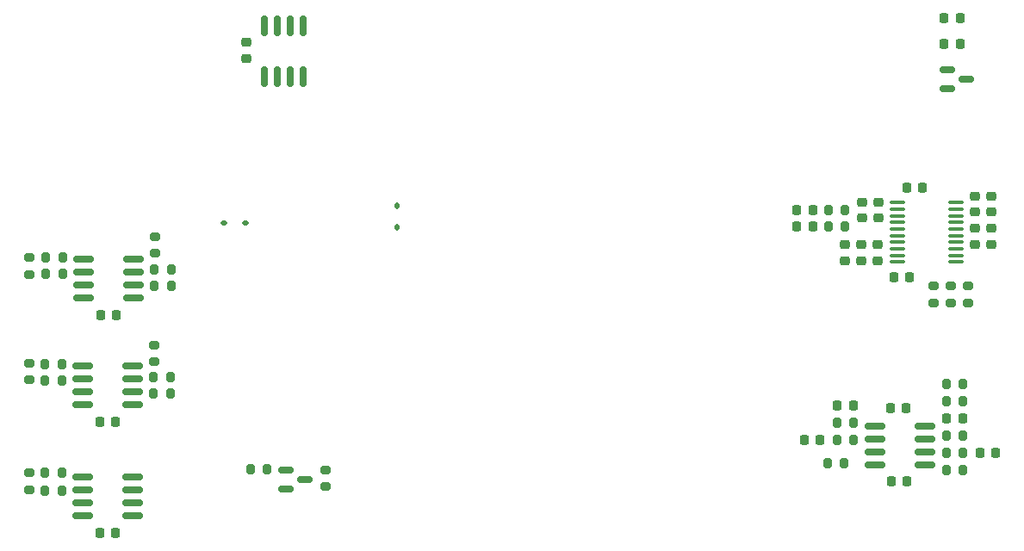
<source format=gbr>
%TF.GenerationSoftware,KiCad,Pcbnew,7.0.2*%
%TF.CreationDate,2025-03-27T17:53:26+00:00*%
%TF.ProjectId,dk2_04b_bottom,646b325f-3034-4625-9f62-6f74746f6d2e,rev?*%
%TF.SameCoordinates,Original*%
%TF.FileFunction,Paste,Top*%
%TF.FilePolarity,Positive*%
%FSLAX46Y46*%
G04 Gerber Fmt 4.6, Leading zero omitted, Abs format (unit mm)*
G04 Created by KiCad (PCBNEW 7.0.2) date 2025-03-27 17:53:26*
%MOMM*%
%LPD*%
G01*
G04 APERTURE LIST*
G04 Aperture macros list*
%AMRoundRect*
0 Rectangle with rounded corners*
0 $1 Rounding radius*
0 $2 $3 $4 $5 $6 $7 $8 $9 X,Y pos of 4 corners*
0 Add a 4 corners polygon primitive as box body*
4,1,4,$2,$3,$4,$5,$6,$7,$8,$9,$2,$3,0*
0 Add four circle primitives for the rounded corners*
1,1,$1+$1,$2,$3*
1,1,$1+$1,$4,$5*
1,1,$1+$1,$6,$7*
1,1,$1+$1,$8,$9*
0 Add four rect primitives between the rounded corners*
20,1,$1+$1,$2,$3,$4,$5,0*
20,1,$1+$1,$4,$5,$6,$7,0*
20,1,$1+$1,$6,$7,$8,$9,0*
20,1,$1+$1,$8,$9,$2,$3,0*%
G04 Aperture macros list end*
%ADD10RoundRect,0.200000X0.275000X-0.200000X0.275000X0.200000X-0.275000X0.200000X-0.275000X-0.200000X0*%
%ADD11RoundRect,0.200000X-0.200000X-0.275000X0.200000X-0.275000X0.200000X0.275000X-0.200000X0.275000X0*%
%ADD12RoundRect,0.200000X0.200000X0.275000X-0.200000X0.275000X-0.200000X-0.275000X0.200000X-0.275000X0*%
%ADD13RoundRect,0.100000X-0.637500X-0.100000X0.637500X-0.100000X0.637500X0.100000X-0.637500X0.100000X0*%
%ADD14RoundRect,0.150000X0.150000X-0.825000X0.150000X0.825000X-0.150000X0.825000X-0.150000X-0.825000X0*%
%ADD15RoundRect,0.200000X-0.275000X0.200000X-0.275000X-0.200000X0.275000X-0.200000X0.275000X0.200000X0*%
%ADD16RoundRect,0.225000X0.225000X0.250000X-0.225000X0.250000X-0.225000X-0.250000X0.225000X-0.250000X0*%
%ADD17RoundRect,0.225000X-0.250000X0.225000X-0.250000X-0.225000X0.250000X-0.225000X0.250000X0.225000X0*%
%ADD18RoundRect,0.112500X-0.112500X0.187500X-0.112500X-0.187500X0.112500X-0.187500X0.112500X0.187500X0*%
%ADD19RoundRect,0.150000X-0.825000X-0.150000X0.825000X-0.150000X0.825000X0.150000X-0.825000X0.150000X0*%
%ADD20RoundRect,0.225000X-0.225000X-0.250000X0.225000X-0.250000X0.225000X0.250000X-0.225000X0.250000X0*%
%ADD21RoundRect,0.150000X-0.587500X-0.150000X0.587500X-0.150000X0.587500X0.150000X-0.587500X0.150000X0*%
%ADD22RoundRect,0.112500X0.187500X0.112500X-0.187500X0.112500X-0.187500X-0.112500X0.187500X-0.112500X0*%
%ADD23RoundRect,0.225000X0.250000X-0.225000X0.250000X0.225000X-0.250000X0.225000X-0.250000X-0.225000X0*%
G04 APERTURE END LIST*
D10*
%TO.C,R11*%
X184432500Y-80770000D03*
X184432500Y-79120000D03*
%TD*%
D11*
%TO.C,R8*%
X185660000Y-90435000D03*
X187310000Y-90435000D03*
%TD*%
D12*
%TO.C,R2*%
X187310000Y-97235000D03*
X185660000Y-97235000D03*
%TD*%
D13*
%TO.C,U4*%
X180857500Y-70895000D03*
X180857500Y-71545000D03*
X180857500Y-72195000D03*
X180857500Y-72845000D03*
X180857500Y-73495000D03*
X180857500Y-74145000D03*
X180857500Y-74795000D03*
X180857500Y-75445000D03*
X180857500Y-76095000D03*
X180857500Y-76745000D03*
X186582500Y-76745000D03*
X186582500Y-76095000D03*
X186582500Y-75445000D03*
X186582500Y-74795000D03*
X186582500Y-74145000D03*
X186582500Y-73495000D03*
X186582500Y-72845000D03*
X186582500Y-72195000D03*
X186582500Y-71545000D03*
X186582500Y-70895000D03*
%TD*%
D14*
%TO.C,U8*%
X118627323Y-58475000D03*
X119897323Y-58475000D03*
X121167323Y-58475000D03*
X122437323Y-58475000D03*
X122437323Y-53525000D03*
X121167323Y-53525000D03*
X119897323Y-53525000D03*
X118627323Y-53525000D03*
%TD*%
D11*
%TO.C,R14*%
X117250000Y-97110000D03*
X118900000Y-97110000D03*
%TD*%
D10*
%TO.C,R10*%
X186082500Y-80770000D03*
X186082500Y-79120000D03*
%TD*%
D15*
%TO.C,R19*%
X95515000Y-76295000D03*
X95515000Y-77945000D03*
%TD*%
D16*
%TO.C,C3*%
X190510000Y-95535000D03*
X188960000Y-95535000D03*
%TD*%
D17*
%TO.C,C20*%
X177382500Y-70845000D03*
X177382500Y-72395000D03*
%TD*%
%TO.C,C16*%
X190082500Y-70245000D03*
X190082500Y-71795000D03*
%TD*%
D18*
%TO.C,D3*%
X131700000Y-71200000D03*
X131700000Y-73300000D03*
%TD*%
D19*
%TO.C,U3*%
X178635000Y-92865000D03*
X178635000Y-94135000D03*
X178635000Y-95405000D03*
X178635000Y-96675000D03*
X183585000Y-96675000D03*
X183585000Y-95405000D03*
X183585000Y-94135000D03*
X183585000Y-92865000D03*
%TD*%
D20*
%TO.C,C2*%
X171710000Y-94235000D03*
X173260000Y-94235000D03*
%TD*%
D17*
%TO.C,C11*%
X175682500Y-75045000D03*
X175682500Y-76595000D03*
%TD*%
D11*
%TO.C,R3*%
X174910000Y-94235000D03*
X176560000Y-94235000D03*
%TD*%
D10*
%TO.C,R20*%
X107915000Y-75895000D03*
X107915000Y-74245000D03*
%TD*%
D17*
%TO.C,C14*%
X188482500Y-70245000D03*
X188482500Y-71795000D03*
%TD*%
D21*
%TO.C,U2*%
X185732500Y-57800000D03*
X185732500Y-59700000D03*
X187607500Y-58750000D03*
%TD*%
D20*
%TO.C,C1*%
X185455000Y-52760000D03*
X187005000Y-52760000D03*
%TD*%
D12*
%TO.C,R13*%
X175732500Y-73245000D03*
X174082500Y-73245000D03*
%TD*%
D19*
%TO.C,U5*%
X100815000Y-76495000D03*
X100815000Y-77765000D03*
X100815000Y-79035000D03*
X100815000Y-80305000D03*
X105765000Y-80305000D03*
X105765000Y-79035000D03*
X105765000Y-77765000D03*
X105765000Y-76495000D03*
%TD*%
D17*
%TO.C,C17*%
X188482500Y-73445000D03*
X188482500Y-74995000D03*
%TD*%
D12*
%TO.C,R17*%
X98815000Y-77895000D03*
X97165000Y-77895000D03*
%TD*%
D11*
%TO.C,R1*%
X174000000Y-96500000D03*
X175650000Y-96500000D03*
%TD*%
D10*
%TO.C,R15*%
X124650000Y-98810000D03*
X124650000Y-97160000D03*
%TD*%
D12*
%TO.C,R21*%
X98815000Y-76295000D03*
X97165000Y-76295000D03*
%TD*%
D16*
%TO.C,C23*%
X104015000Y-92495000D03*
X102465000Y-92495000D03*
%TD*%
D11*
%TO.C,R22*%
X107715000Y-89695000D03*
X109365000Y-89695000D03*
%TD*%
D12*
%TO.C,R6*%
X187310000Y-93835000D03*
X185660000Y-93835000D03*
%TD*%
D11*
%TO.C,R16*%
X107815000Y-79095000D03*
X109465000Y-79095000D03*
%TD*%
D12*
%TO.C,R23*%
X98715000Y-88395000D03*
X97065000Y-88395000D03*
%TD*%
D19*
%TO.C,U7*%
X100740000Y-97890000D03*
X100740000Y-99160000D03*
X100740000Y-100430000D03*
X100740000Y-101700000D03*
X105690000Y-101700000D03*
X105690000Y-100430000D03*
X105690000Y-99160000D03*
X105690000Y-97890000D03*
%TD*%
D12*
%TO.C,R28*%
X98715000Y-99195000D03*
X97065000Y-99195000D03*
%TD*%
D11*
%TO.C,R7*%
X185660000Y-88735000D03*
X187310000Y-88735000D03*
%TD*%
D17*
%TO.C,C15*%
X190082500Y-73445000D03*
X190082500Y-74995000D03*
%TD*%
D16*
%TO.C,C24*%
X104015000Y-103395000D03*
X102465000Y-103395000D03*
%TD*%
D11*
%TO.C,R5*%
X174910000Y-92535000D03*
X176560000Y-92535000D03*
%TD*%
D16*
%TO.C,C6*%
X181810000Y-98335000D03*
X180260000Y-98335000D03*
%TD*%
D10*
%TO.C,R26*%
X107815000Y-86545000D03*
X107815000Y-84895000D03*
%TD*%
D17*
%TO.C,C9*%
X178882500Y-75045000D03*
X178882500Y-76595000D03*
%TD*%
D16*
%TO.C,C8*%
X187260000Y-92135000D03*
X185710000Y-92135000D03*
%TD*%
D12*
%TO.C,R27*%
X98715000Y-86795000D03*
X97065000Y-86795000D03*
%TD*%
%TO.C,R12*%
X175732500Y-71645000D03*
X174082500Y-71645000D03*
%TD*%
D16*
%TO.C,C22*%
X104065000Y-81995000D03*
X102515000Y-81995000D03*
%TD*%
%TO.C,C5*%
X181710000Y-91135000D03*
X180160000Y-91135000D03*
%TD*%
D12*
%TO.C,R4*%
X187310000Y-95535000D03*
X185660000Y-95535000D03*
%TD*%
D11*
%TO.C,R18*%
X107815000Y-77495000D03*
X109465000Y-77495000D03*
%TD*%
D17*
%TO.C,C10*%
X177282500Y-75045000D03*
X177282500Y-76595000D03*
%TD*%
%TO.C,C18*%
X178982500Y-70845000D03*
X178982500Y-72395000D03*
%TD*%
D16*
%TO.C,C21*%
X172532500Y-73245000D03*
X170982500Y-73245000D03*
%TD*%
D20*
%TO.C,C7*%
X174960000Y-90835000D03*
X176510000Y-90835000D03*
%TD*%
D19*
%TO.C,U6*%
X100740000Y-86990000D03*
X100740000Y-88260000D03*
X100740000Y-89530000D03*
X100740000Y-90800000D03*
X105690000Y-90800000D03*
X105690000Y-89530000D03*
X105690000Y-88260000D03*
X105690000Y-86990000D03*
%TD*%
D22*
%TO.C,D2*%
X116750000Y-72900000D03*
X114650000Y-72900000D03*
%TD*%
D20*
%TO.C,C12*%
X181782500Y-69445000D03*
X183332500Y-69445000D03*
%TD*%
D16*
%TO.C,C19*%
X172532500Y-71645000D03*
X170982500Y-71645000D03*
%TD*%
D12*
%TO.C,R30*%
X98715000Y-97495000D03*
X97065000Y-97495000D03*
%TD*%
D23*
%TO.C,C26*%
X116832323Y-56700000D03*
X116832323Y-55150000D03*
%TD*%
D20*
%TO.C,C4*%
X185455000Y-55270000D03*
X187005000Y-55270000D03*
%TD*%
D16*
%TO.C,C13*%
X182082500Y-78245000D03*
X180532500Y-78245000D03*
%TD*%
D11*
%TO.C,R24*%
X107715000Y-88095000D03*
X109365000Y-88095000D03*
%TD*%
D10*
%TO.C,R9*%
X187782500Y-80770000D03*
X187782500Y-79120000D03*
%TD*%
D21*
%TO.C,Q1*%
X120775000Y-97160000D03*
X120775000Y-99060000D03*
X122650000Y-98110000D03*
%TD*%
D15*
%TO.C,R25*%
X95515000Y-86695000D03*
X95515000Y-88345000D03*
%TD*%
%TO.C,R29*%
X95515000Y-97495000D03*
X95515000Y-99145000D03*
%TD*%
M02*

</source>
